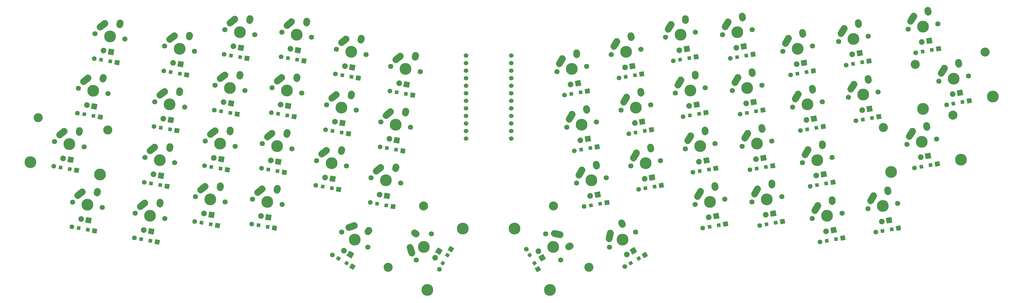
<source format=gbs>
G04 #@! TF.GenerationSoftware,KiCad,Pcbnew,(5.1.4-0-10_14)*
G04 #@! TF.CreationDate,2022-04-12T01:13:52-04:00*
G04 #@! TF.ProjectId,keyboard,6b657962-6f61-4726-942e-6b696361645f,rev?*
G04 #@! TF.SameCoordinates,Original*
G04 #@! TF.FileFunction,Soldermask,Bot*
G04 #@! TF.FilePolarity,Negative*
%FSLAX46Y46*%
G04 Gerber Fmt 4.6, Leading zero omitted, Abs format (unit mm)*
G04 Created by KiCad (PCBNEW (5.1.4-0-10_14)) date 2022-04-12 01:13:52*
%MOMM*%
%LPD*%
G04 APERTURE LIST*
%ADD10C,1.750000*%
%ADD11C,1.905000*%
%ADD12C,0.100000*%
%ADD13C,2.250000*%
%ADD14C,3.987800*%
%ADD15C,2.250000*%
%ADD16C,1.600000*%
%ADD17C,1.200000*%
%ADD18C,3.048000*%
%ADD19C,1.524000*%
G04 APERTURE END LIST*
D10*
X144610691Y-93619674D03*
X134605045Y-91855408D03*
D11*
X139976441Y-97960898D03*
D12*
G36*
X138873012Y-98733527D02*
G01*
X139203812Y-96857469D01*
X141079870Y-97188269D01*
X140749070Y-99064327D01*
X138873012Y-98733527D01*
X138873012Y-98733527D01*
G37*
D11*
X137475029Y-97519831D03*
D13*
X137840441Y-88364190D03*
D14*
X139607868Y-92737541D03*
D13*
X137068630Y-88969360D03*
D15*
X136296817Y-89574530D02*
X137840443Y-88364190D01*
D13*
X142991412Y-88175784D03*
X142921358Y-88457906D03*
D15*
X142851304Y-88740027D02*
X142991412Y-88175785D01*
D10*
X362262011Y-51600531D03*
X352256365Y-53364797D03*
D11*
X359392027Y-57264954D03*
D12*
G36*
X358619398Y-58368383D02*
G01*
X358288598Y-56492325D01*
X360164656Y-56161525D01*
X360495456Y-58037583D01*
X358619398Y-58368383D01*
X358619398Y-58368383D01*
G37*
D11*
X356890615Y-57706021D03*
D13*
X354102576Y-48977553D03*
D14*
X357259188Y-52482664D03*
D13*
X353584291Y-49810203D03*
D15*
X353066004Y-50642852D02*
X354102578Y-48977554D01*
D13*
X358878467Y-47038774D03*
X358909129Y-47327842D03*
D15*
X358939791Y-47616909D02*
X358878467Y-47038775D01*
D10*
X170146209Y-126737400D03*
X161347391Y-121657400D03*
D11*
X164306652Y-129231809D03*
D12*
G36*
X163005513Y-129580448D02*
G01*
X163958013Y-127930670D01*
X165607791Y-128883170D01*
X164655291Y-130532948D01*
X163005513Y-129580448D01*
X163005513Y-129580448D01*
G37*
D11*
X162106948Y-127961809D03*
D13*
X165581736Y-119483298D03*
D14*
X165746800Y-124197400D03*
D13*
X164649490Y-119787997D03*
D15*
X163717243Y-120092695D02*
X165581737Y-119483299D01*
D13*
X170486505Y-121067991D03*
X170324185Y-121309139D03*
D15*
X170161864Y-121550286D02*
X170486506Y-121067992D01*
D10*
X181263627Y-105159708D03*
X171257981Y-103395442D03*
D11*
X176629377Y-109500932D03*
D12*
G36*
X175525948Y-110273561D02*
G01*
X175856748Y-108397503D01*
X177732806Y-108728303D01*
X177402006Y-110604361D01*
X175525948Y-110273561D01*
X175525948Y-110273561D01*
G37*
D11*
X174127965Y-109059865D03*
D13*
X174493377Y-99904224D03*
D14*
X176260804Y-104277575D03*
D13*
X173721566Y-100509394D03*
D15*
X172949753Y-101114564D02*
X174493379Y-99904224D01*
D13*
X179644348Y-99715818D03*
X179574294Y-99997940D03*
D15*
X179504240Y-100280061D02*
X179644348Y-99715819D01*
D10*
X101784565Y-117089555D03*
X91778919Y-115325289D03*
D11*
X97150315Y-121430779D03*
D12*
G36*
X96046886Y-122203408D02*
G01*
X96377686Y-120327350D01*
X98253744Y-120658150D01*
X97922944Y-122534208D01*
X96046886Y-122203408D01*
X96046886Y-122203408D01*
G37*
D11*
X94648903Y-120989712D03*
D13*
X95014315Y-111834071D03*
D14*
X96781742Y-116207422D03*
D13*
X94242504Y-112439241D03*
D15*
X93470691Y-113044411D02*
X95014317Y-111834071D01*
D13*
X100165286Y-111645665D03*
X100095232Y-111927787D03*
D15*
X100025178Y-112209908D02*
X100165286Y-111645666D01*
D10*
X108400560Y-79568380D03*
X98394914Y-77804114D03*
D11*
X103766310Y-83909604D03*
D12*
G36*
X102662881Y-84682233D02*
G01*
X102993681Y-82806175D01*
X104869739Y-83136975D01*
X104538939Y-85013033D01*
X102662881Y-84682233D01*
X102662881Y-84682233D01*
G37*
D11*
X101264898Y-83468537D03*
D13*
X101630310Y-74312896D03*
D14*
X103397737Y-78686247D03*
D13*
X100858499Y-74918066D03*
D15*
X100086686Y-75523236D02*
X101630312Y-74312896D01*
D13*
X106781281Y-74124490D03*
X106711227Y-74406612D03*
D15*
X106641173Y-74688733D02*
X106781281Y-74124491D01*
D16*
X94815524Y-104899194D03*
X102497024Y-106253650D03*
D12*
G36*
X103423789Y-105604722D02*
G01*
X103145952Y-107180415D01*
X101570259Y-106902578D01*
X101848096Y-105326885D01*
X103423789Y-105604722D01*
X103423789Y-105604722D01*
G37*
D17*
X100207346Y-105849918D03*
D12*
G36*
X100902420Y-105363222D02*
G01*
X100694042Y-106544992D01*
X99512272Y-106336614D01*
X99720650Y-105154844D01*
X100902420Y-105363222D01*
X100902420Y-105363222D01*
G37*
D17*
X97105202Y-105302926D03*
D12*
G36*
X97800276Y-104816230D02*
G01*
X97591898Y-105998000D01*
X96410128Y-105789622D01*
X96618506Y-104607852D01*
X97800276Y-104816230D01*
X97800276Y-104816230D01*
G37*
D16*
X236469516Y-75563216D03*
X244151016Y-74208760D03*
D12*
G36*
X244799944Y-73281995D02*
G01*
X245077781Y-74857688D01*
X243502088Y-75135525D01*
X243224251Y-73559832D01*
X244799944Y-73281995D01*
X244799944Y-73281995D01*
G37*
D17*
X241861338Y-74612492D03*
D12*
G36*
X242348034Y-73917418D02*
G01*
X242556412Y-75099188D01*
X241374642Y-75307566D01*
X241166264Y-74125796D01*
X242348034Y-73917418D01*
X242348034Y-73917418D01*
G37*
D17*
X238759194Y-75159484D03*
D12*
G36*
X239245890Y-74464410D02*
G01*
X239454268Y-75646180D01*
X238272498Y-75854558D01*
X238064120Y-74672788D01*
X239245890Y-74464410D01*
X239245890Y-74464410D01*
G37*
D16*
X115138946Y-99343922D03*
X122820446Y-100698378D03*
D12*
G36*
X123747211Y-100049450D02*
G01*
X123469374Y-101625143D01*
X121893681Y-101347306D01*
X122171518Y-99771613D01*
X123747211Y-100049450D01*
X123747211Y-100049450D01*
G37*
D17*
X120530768Y-100294646D03*
D12*
G36*
X121225842Y-99807950D02*
G01*
X121017464Y-100989720D01*
X119835694Y-100781342D01*
X120044072Y-99599572D01*
X121225842Y-99807950D01*
X121225842Y-99807950D01*
G37*
D17*
X117428624Y-99747654D03*
D12*
G36*
X118123698Y-99260958D02*
G01*
X117915320Y-100442728D01*
X116733550Y-100234350D01*
X116941928Y-99052580D01*
X118123698Y-99260958D01*
X118123698Y-99260958D01*
G37*
D16*
X121754941Y-61822747D03*
X129436441Y-63177203D03*
D12*
G36*
X130363206Y-62528275D02*
G01*
X130085369Y-64103968D01*
X128509676Y-63826131D01*
X128787513Y-62250438D01*
X130363206Y-62528275D01*
X130363206Y-62528275D01*
G37*
D17*
X127146763Y-62773471D03*
D12*
G36*
X127841837Y-62286775D02*
G01*
X127633459Y-63468545D01*
X126451689Y-63260167D01*
X126660067Y-62078397D01*
X127841837Y-62286775D01*
X127841837Y-62286775D01*
G37*
D17*
X124044619Y-62226479D03*
D12*
G36*
X124739693Y-61739783D02*
G01*
X124531315Y-62921553D01*
X123349545Y-62713175D01*
X123557923Y-61531405D01*
X124739693Y-61739783D01*
X124739693Y-61739783D01*
G37*
D16*
X152660121Y-105959918D03*
X160341621Y-107314374D03*
D12*
G36*
X161268386Y-106665446D02*
G01*
X160990549Y-108241139D01*
X159414856Y-107963302D01*
X159692693Y-106387609D01*
X161268386Y-106665446D01*
X161268386Y-106665446D01*
G37*
D17*
X158051943Y-106910642D03*
D12*
G36*
X158747017Y-106423946D02*
G01*
X158538639Y-107605716D01*
X157356869Y-107397338D01*
X157565247Y-106215568D01*
X158747017Y-106423946D01*
X158747017Y-106423946D01*
G37*
D17*
X154949799Y-106363650D03*
D12*
G36*
X155644873Y-105876954D02*
G01*
X155436495Y-107058724D01*
X154254725Y-106850346D01*
X154463103Y-105668576D01*
X155644873Y-105876954D01*
X155644873Y-105876954D01*
G37*
D16*
X322564574Y-125014238D03*
X330246074Y-123659782D03*
D12*
G36*
X330895002Y-122733017D02*
G01*
X331172839Y-124308710D01*
X329597146Y-124586547D01*
X329319309Y-123010854D01*
X330895002Y-122733017D01*
X330895002Y-122733017D01*
G37*
D17*
X327956396Y-124063514D03*
D12*
G36*
X328443092Y-123368440D02*
G01*
X328651470Y-124550210D01*
X327469700Y-124758588D01*
X327261322Y-123576818D01*
X328443092Y-123368440D01*
X328443092Y-123368440D01*
G37*
D17*
X324854252Y-124610506D03*
D12*
G36*
X325340948Y-123915432D02*
G01*
X325549326Y-125097202D01*
X324367556Y-125305580D01*
X324159178Y-124123810D01*
X325340948Y-123915432D01*
X325340948Y-123915432D01*
G37*
D16*
X254795984Y-69793199D03*
X262477484Y-68438743D03*
D12*
G36*
X263126412Y-67511978D02*
G01*
X263404249Y-69087671D01*
X261828556Y-69365508D01*
X261550719Y-67789815D01*
X263126412Y-67511978D01*
X263126412Y-67511978D01*
G37*
D17*
X260187806Y-68842475D03*
D12*
G36*
X260674502Y-68147401D02*
G01*
X260882880Y-69329171D01*
X259701110Y-69537549D01*
X259492732Y-68355779D01*
X260674502Y-68147401D01*
X260674502Y-68147401D01*
G37*
D17*
X257085662Y-69389467D03*
D12*
G36*
X257572358Y-68694393D02*
G01*
X257780736Y-69876163D01*
X256598966Y-70084541D01*
X256390588Y-68902771D01*
X257572358Y-68694393D01*
X257572358Y-68694393D01*
G37*
D16*
X77980784Y-63243022D03*
X85662284Y-64597478D03*
D12*
G36*
X86589049Y-63948550D02*
G01*
X86311212Y-65524243D01*
X84735519Y-65246406D01*
X85013356Y-63670713D01*
X86589049Y-63948550D01*
X86589049Y-63948550D01*
G37*
D17*
X83372606Y-64193746D03*
D12*
G36*
X84067680Y-63707050D02*
G01*
X83859302Y-64888820D01*
X82677532Y-64680442D01*
X82885910Y-63498672D01*
X84067680Y-63707050D01*
X84067680Y-63707050D01*
G37*
D17*
X80270462Y-63646754D03*
D12*
G36*
X80965536Y-63160058D02*
G01*
X80757158Y-64341828D01*
X79575388Y-64133450D01*
X79783766Y-62951680D01*
X80965536Y-63160058D01*
X80965536Y-63160058D01*
G37*
D16*
X177602584Y-74208760D03*
X185284084Y-75563216D03*
D12*
G36*
X186210849Y-74914288D02*
G01*
X185933012Y-76489981D01*
X184357319Y-76212144D01*
X184635156Y-74636451D01*
X186210849Y-74914288D01*
X186210849Y-74914288D01*
G37*
D17*
X182994406Y-75159484D03*
D12*
G36*
X183689480Y-74672788D02*
G01*
X183481102Y-75854558D01*
X182299332Y-75646180D01*
X182507710Y-74464410D01*
X183689480Y-74672788D01*
X183689480Y-74672788D01*
G37*
D17*
X179892262Y-74612492D03*
D12*
G36*
X180587336Y-74125796D02*
G01*
X180378958Y-75307566D01*
X179197188Y-75099188D01*
X179405566Y-73917418D01*
X180587336Y-74125796D01*
X180587336Y-74125796D01*
G37*
D16*
X111830948Y-118104510D03*
X119512448Y-119458966D03*
D12*
G36*
X120439213Y-118810038D02*
G01*
X120161376Y-120385731D01*
X118585683Y-120107894D01*
X118863520Y-118532201D01*
X120439213Y-118810038D01*
X120439213Y-118810038D01*
G37*
D17*
X117222770Y-119055234D03*
D12*
G36*
X117917844Y-118568538D02*
G01*
X117709466Y-119750308D01*
X116527696Y-119541930D01*
X116736074Y-118360160D01*
X117917844Y-118568538D01*
X117917844Y-118568538D01*
G37*
D17*
X114120626Y-118508242D03*
D12*
G36*
X114815700Y-118021546D02*
G01*
X114607322Y-119203316D01*
X113425552Y-118994938D01*
X113633930Y-117813168D01*
X114815700Y-118021546D01*
X114815700Y-118021546D01*
G37*
D16*
X331401169Y-65424477D03*
X339082669Y-64070021D03*
D12*
G36*
X339731597Y-63143256D02*
G01*
X340009434Y-64718949D01*
X338433741Y-64996786D01*
X338155904Y-63421093D01*
X339731597Y-63143256D01*
X339731597Y-63143256D01*
G37*
D17*
X336792991Y-64473753D03*
D12*
G36*
X337279687Y-63778679D02*
G01*
X337488065Y-64960449D01*
X336306295Y-65168827D01*
X336097917Y-63987057D01*
X337279687Y-63778679D01*
X337279687Y-63778679D01*
G37*
D17*
X333690847Y-65020745D03*
D12*
G36*
X334177543Y-64325671D02*
G01*
X334385921Y-65507441D01*
X333204151Y-65715819D01*
X332995773Y-64534049D01*
X334177543Y-64325671D01*
X334177543Y-64325671D01*
G37*
D16*
X256756801Y-133296440D03*
X263511799Y-129396440D03*
D12*
G36*
X263804619Y-128303620D02*
G01*
X264604619Y-129689260D01*
X263218979Y-130489260D01*
X262418979Y-129103620D01*
X263804619Y-128303620D01*
X263804619Y-128303620D01*
G37*
D17*
X261498290Y-130558940D03*
D12*
G36*
X261717905Y-129739325D02*
G01*
X262317905Y-130778555D01*
X261278675Y-131378555D01*
X260678675Y-130339325D01*
X261717905Y-129739325D01*
X261717905Y-129739325D01*
G37*
D17*
X258770310Y-132133940D03*
D12*
G36*
X258989925Y-131314325D02*
G01*
X259589925Y-132353555D01*
X258550695Y-132953555D01*
X257950695Y-131914325D01*
X258989925Y-131314325D01*
X258989925Y-131314325D01*
G37*
D16*
X319256576Y-106253650D03*
X326938076Y-104899194D03*
D12*
G36*
X327587004Y-103972429D02*
G01*
X327864841Y-105548122D01*
X326289148Y-105825959D01*
X326011311Y-104250266D01*
X327587004Y-103972429D01*
X327587004Y-103972429D01*
G37*
D17*
X324648398Y-105302926D03*
D12*
G36*
X325135094Y-104607852D02*
G01*
X325343472Y-105789622D01*
X324161702Y-105998000D01*
X323953324Y-104816230D01*
X325135094Y-104607852D01*
X325135094Y-104607852D01*
G37*
D17*
X321546254Y-105849918D03*
D12*
G36*
X322032950Y-105154844D02*
G01*
X322241328Y-106336614D01*
X321059558Y-106544992D01*
X320851180Y-105363222D01*
X322032950Y-105154844D01*
X322032950Y-105154844D01*
G37*
D16*
X64329568Y-99523698D03*
X72011068Y-100878154D03*
D12*
G36*
X72937833Y-100229226D02*
G01*
X72659996Y-101804919D01*
X71084303Y-101527082D01*
X71362140Y-99951389D01*
X72937833Y-100229226D01*
X72937833Y-100229226D01*
G37*
D17*
X69721390Y-100474422D03*
D12*
G36*
X70416464Y-99987726D02*
G01*
X70208086Y-101169496D01*
X69026316Y-100961118D01*
X69234694Y-99779348D01*
X70416464Y-99987726D01*
X70416464Y-99987726D01*
G37*
D17*
X66619246Y-99927430D03*
D12*
G36*
X67314320Y-99440734D02*
G01*
X67105942Y-100622504D01*
X65924172Y-100414126D01*
X66132550Y-99232356D01*
X67314320Y-99440734D01*
X67314320Y-99440734D01*
G37*
D16*
X354432679Y-100051154D03*
X362114179Y-98696698D03*
D12*
G36*
X362763107Y-97769933D02*
G01*
X363040944Y-99345626D01*
X361465251Y-99623463D01*
X361187414Y-98047770D01*
X362763107Y-97769933D01*
X362763107Y-97769933D01*
G37*
D17*
X359824501Y-99100430D03*
D12*
G36*
X360311197Y-98405356D02*
G01*
X360519575Y-99587126D01*
X359337805Y-99795504D01*
X359129427Y-98613734D01*
X360311197Y-98405356D01*
X360311197Y-98405356D01*
G37*
D17*
X356722357Y-99647422D03*
D12*
G36*
X357209053Y-98952348D02*
G01*
X357417431Y-100134118D01*
X356235661Y-100342496D01*
X356027283Y-99160726D01*
X357209053Y-98952348D01*
X357209053Y-98952348D01*
G37*
D16*
X315948579Y-87493063D03*
X323630079Y-86138607D03*
D12*
G36*
X324279007Y-85211842D02*
G01*
X324556844Y-86787535D01*
X322981151Y-87065372D01*
X322703314Y-85489679D01*
X324279007Y-85211842D01*
X324279007Y-85211842D01*
G37*
D17*
X321340401Y-86542339D03*
D12*
G36*
X321827097Y-85847265D02*
G01*
X322035475Y-87029035D01*
X320853705Y-87237413D01*
X320645327Y-86055643D01*
X321827097Y-85847265D01*
X321827097Y-85847265D01*
G37*
D17*
X318238257Y-87089331D03*
D12*
G36*
X318724953Y-86394257D02*
G01*
X318933331Y-87576027D01*
X317751561Y-87784405D01*
X317543183Y-86602635D01*
X318724953Y-86394257D01*
X318724953Y-86394257D01*
G37*
D16*
X118446944Y-80583335D03*
X126128444Y-81937791D03*
D12*
G36*
X127055209Y-81288863D02*
G01*
X126777372Y-82864556D01*
X125201679Y-82586719D01*
X125479516Y-81011026D01*
X127055209Y-81288863D01*
X127055209Y-81288863D01*
G37*
D17*
X123838766Y-81534059D03*
D12*
G36*
X124533840Y-81047363D02*
G01*
X124325462Y-82229133D01*
X123143692Y-82020755D01*
X123352070Y-80838985D01*
X124533840Y-81047363D01*
X124533840Y-81047363D01*
G37*
D17*
X120736622Y-80987067D03*
D12*
G36*
X121431696Y-80500371D02*
G01*
X121223318Y-81682141D01*
X120041548Y-81473763D01*
X120249926Y-80291993D01*
X121431696Y-80500371D01*
X121431696Y-80500371D01*
G37*
D16*
X341325162Y-121706240D03*
X349006662Y-120351784D03*
D12*
G36*
X349655590Y-119425019D02*
G01*
X349933427Y-121000712D01*
X348357734Y-121278549D01*
X348079897Y-119702856D01*
X349655590Y-119425019D01*
X349655590Y-119425019D01*
G37*
D17*
X346716984Y-120755516D03*
D12*
G36*
X347203680Y-120060442D02*
G01*
X347412058Y-121242212D01*
X346230288Y-121450590D01*
X346021910Y-120268820D01*
X347203680Y-120060442D01*
X347203680Y-120060442D01*
G37*
D17*
X343614840Y-121302508D03*
D12*
G36*
X344101536Y-120607434D02*
G01*
X344309914Y-121789204D01*
X343128144Y-121997582D01*
X342919766Y-120815812D01*
X344101536Y-120607434D01*
X344101536Y-120607434D01*
G37*
D16*
X159276116Y-68438743D03*
X166957616Y-69793199D03*
D12*
G36*
X167884381Y-69144271D02*
G01*
X167606544Y-70719964D01*
X166030851Y-70442127D01*
X166308688Y-68866434D01*
X167884381Y-69144271D01*
X167884381Y-69144271D01*
G37*
D17*
X164667938Y-69389467D03*
D12*
G36*
X165363012Y-68902771D02*
G01*
X165154634Y-70084541D01*
X163972864Y-69876163D01*
X164181242Y-68694393D01*
X165363012Y-68902771D01*
X165363012Y-68902771D01*
G37*
D17*
X161565794Y-68842475D03*
D12*
G36*
X162260868Y-68355779D02*
G01*
X162052490Y-69537549D01*
X160870720Y-69329171D01*
X161079098Y-68147401D01*
X162260868Y-68355779D01*
X162260868Y-68355779D01*
G37*
D16*
X334709167Y-84185065D03*
X342390667Y-82830609D03*
D12*
G36*
X343039595Y-81903844D02*
G01*
X343317432Y-83479537D01*
X341741739Y-83757374D01*
X341463902Y-82181681D01*
X343039595Y-81903844D01*
X343039595Y-81903844D01*
G37*
D17*
X340100989Y-83234341D03*
D12*
G36*
X340587685Y-82539267D02*
G01*
X340796063Y-83721037D01*
X339614293Y-83929415D01*
X339405915Y-82747645D01*
X340587685Y-82539267D01*
X340587685Y-82539267D01*
G37*
D17*
X336998845Y-83781333D03*
D12*
G36*
X337485541Y-83086259D02*
G01*
X337693919Y-84268029D01*
X336512149Y-84476407D01*
X336303771Y-83294637D01*
X337485541Y-83086259D01*
X337485541Y-83086259D01*
G37*
D16*
X101431519Y-67378019D03*
X109113019Y-68732475D03*
D12*
G36*
X110039784Y-68083547D02*
G01*
X109761947Y-69659240D01*
X108186254Y-69381403D01*
X108464091Y-67805710D01*
X110039784Y-68083547D01*
X110039784Y-68083547D01*
G37*
D17*
X106823341Y-68328743D03*
D12*
G36*
X107518415Y-67842047D02*
G01*
X107310037Y-69023817D01*
X106128267Y-68815439D01*
X106336645Y-67633669D01*
X107518415Y-67842047D01*
X107518415Y-67842047D01*
G37*
D17*
X103721197Y-67781751D03*
D12*
G36*
X104416271Y-67295055D02*
G01*
X104207893Y-68476825D01*
X103026123Y-68268447D01*
X103234501Y-67086677D01*
X104416271Y-67295055D01*
X104416271Y-67295055D01*
G37*
D16*
X312640581Y-68732475D03*
X320322081Y-67378019D03*
D12*
G36*
X320971009Y-66451254D02*
G01*
X321248846Y-68026947D01*
X319673153Y-68304784D01*
X319395316Y-66729091D01*
X320971009Y-66451254D01*
X320971009Y-66451254D01*
G37*
D17*
X318032403Y-67781751D03*
D12*
G36*
X318519099Y-67086677D02*
G01*
X318727477Y-68268447D01*
X317545707Y-68476825D01*
X317337329Y-67295055D01*
X318519099Y-67086677D01*
X318519099Y-67086677D01*
G37*
D17*
X314930259Y-68328743D03*
D12*
G36*
X315416955Y-67633669D02*
G01*
X315625333Y-68815439D01*
X314443563Y-69023817D01*
X314235185Y-67842047D01*
X315416955Y-67633669D01*
X315416955Y-67633669D01*
G37*
D16*
X292317159Y-63177203D03*
X299998659Y-61822747D03*
D12*
G36*
X300647587Y-60895982D02*
G01*
X300925424Y-62471675D01*
X299349731Y-62749512D01*
X299071894Y-61173819D01*
X300647587Y-60895982D01*
X300647587Y-60895982D01*
G37*
D17*
X297708981Y-62226479D03*
D12*
G36*
X298195677Y-61531405D02*
G01*
X298404055Y-62713175D01*
X297222285Y-62921553D01*
X297013907Y-61739783D01*
X298195677Y-61531405D01*
X298195677Y-61531405D01*
G37*
D17*
X294606837Y-62773471D03*
D12*
G36*
X295093533Y-62078397D02*
G01*
X295301911Y-63260167D01*
X294120141Y-63468545D01*
X293911763Y-62286775D01*
X295093533Y-62078397D01*
X295093533Y-62078397D01*
G37*
D16*
X243085511Y-113084391D03*
X250767011Y-111729935D03*
D12*
G36*
X251415939Y-110803170D02*
G01*
X251693776Y-112378863D01*
X250118083Y-112656700D01*
X249840246Y-111081007D01*
X251415939Y-110803170D01*
X251415939Y-110803170D01*
G37*
D17*
X248477333Y-112133667D03*
D12*
G36*
X248964029Y-111438593D02*
G01*
X249172407Y-112620363D01*
X247990637Y-112828741D01*
X247782259Y-111646971D01*
X248964029Y-111438593D01*
X248964029Y-111438593D01*
G37*
D17*
X245375189Y-112680659D03*
D12*
G36*
X245861885Y-111985585D02*
G01*
X246070263Y-113167355D01*
X244888493Y-113375733D01*
X244680115Y-112193963D01*
X245861885Y-111985585D01*
X245861885Y-111985585D01*
G37*
D16*
X131025655Y-118950489D03*
X138707155Y-120304945D03*
D12*
G36*
X139633920Y-119656017D02*
G01*
X139356083Y-121231710D01*
X137780390Y-120953873D01*
X138058227Y-119378180D01*
X139633920Y-119656017D01*
X139633920Y-119656017D01*
G37*
D17*
X136417477Y-119901213D03*
D12*
G36*
X137112551Y-119414517D02*
G01*
X136904173Y-120596287D01*
X135722403Y-120387909D01*
X135930781Y-119206139D01*
X137112551Y-119414517D01*
X137112551Y-119414517D01*
G37*
D17*
X133315333Y-119354221D03*
D12*
G36*
X134010407Y-118867525D02*
G01*
X133802029Y-120049295D01*
X132620259Y-119840917D01*
X132828637Y-118659147D01*
X134010407Y-118867525D01*
X134010407Y-118867525D01*
G37*
D16*
X261411979Y-107314374D03*
X269093479Y-105959918D03*
D12*
G36*
X269742407Y-105033153D02*
G01*
X270020244Y-106608846D01*
X268444551Y-106886683D01*
X268166714Y-105310990D01*
X269742407Y-105033153D01*
X269742407Y-105033153D01*
G37*
D17*
X266803801Y-106363650D03*
D12*
G36*
X267290497Y-105668576D02*
G01*
X267498875Y-106850346D01*
X266317105Y-107058724D01*
X266108727Y-105876954D01*
X267290497Y-105668576D01*
X267290497Y-105668576D01*
G37*
D17*
X263701657Y-106910642D03*
D12*
G36*
X264188353Y-106215568D02*
G01*
X264396731Y-107397338D01*
X263214961Y-107605716D01*
X263006583Y-106423946D01*
X264188353Y-106215568D01*
X264188353Y-106215568D01*
G37*
D16*
X283046445Y-120304945D03*
X290727945Y-118950489D03*
D12*
G36*
X291376873Y-118023724D02*
G01*
X291654710Y-119599417D01*
X290079017Y-119877254D01*
X289801180Y-118301561D01*
X291376873Y-118023724D01*
X291376873Y-118023724D01*
G37*
D17*
X288438267Y-119354221D03*
D12*
G36*
X288924963Y-118659147D02*
G01*
X289133341Y-119840917D01*
X287951571Y-120049295D01*
X287743193Y-118867525D01*
X288924963Y-118659147D01*
X288924963Y-118659147D01*
G37*
D17*
X285336123Y-119901213D03*
D12*
G36*
X285822819Y-119206139D02*
G01*
X286031197Y-120387909D01*
X284849427Y-120596287D01*
X284641049Y-119414517D01*
X285822819Y-119206139D01*
X285822819Y-119206139D01*
G37*
D16*
X295625157Y-81937791D03*
X303306657Y-80583335D03*
D12*
G36*
X303955585Y-79656570D02*
G01*
X304233422Y-81232263D01*
X302657729Y-81510100D01*
X302379892Y-79934407D01*
X303955585Y-79656570D01*
X303955585Y-79656570D01*
G37*
D17*
X301016979Y-80987067D03*
D12*
G36*
X301503675Y-80291993D02*
G01*
X301712053Y-81473763D01*
X300530283Y-81682141D01*
X300321905Y-80500371D01*
X301503675Y-80291993D01*
X301503675Y-80291993D01*
G37*
D17*
X297914835Y-81534059D03*
D12*
G36*
X298401531Y-80838985D02*
G01*
X298609909Y-82020755D01*
X297428139Y-82229133D01*
X297219761Y-81047363D01*
X298401531Y-80838985D01*
X298401531Y-80838985D01*
G37*
D16*
X276430450Y-82783770D03*
X284111950Y-81429314D03*
D12*
G36*
X284760878Y-80502549D02*
G01*
X285038715Y-82078242D01*
X283463022Y-82356079D01*
X283185185Y-80780386D01*
X284760878Y-80502549D01*
X284760878Y-80502549D01*
G37*
D17*
X281822272Y-81833046D03*
D12*
G36*
X282308968Y-81137972D02*
G01*
X282517346Y-82319742D01*
X281335576Y-82528120D01*
X281127198Y-81346350D01*
X282308968Y-81137972D01*
X282308968Y-81137972D01*
G37*
D17*
X278720128Y-82380038D03*
D12*
G36*
X279206824Y-81684964D02*
G01*
X279415202Y-82866734D01*
X278233432Y-83075112D01*
X278025054Y-81893342D01*
X279206824Y-81684964D01*
X279206824Y-81684964D01*
G37*
D16*
X258103982Y-88553787D03*
X265785482Y-87199331D03*
D12*
G36*
X266434410Y-86272566D02*
G01*
X266712247Y-87848259D01*
X265136554Y-88126096D01*
X264858717Y-86550403D01*
X266434410Y-86272566D01*
X266434410Y-86272566D01*
G37*
D17*
X263495804Y-87603063D03*
D12*
G36*
X263982500Y-86907989D02*
G01*
X264190878Y-88089759D01*
X263009108Y-88298137D01*
X262800730Y-87116367D01*
X263982500Y-86907989D01*
X263982500Y-86907989D01*
G37*
D17*
X260393660Y-88150055D03*
D12*
G36*
X260880356Y-87454981D02*
G01*
X261088734Y-88636751D01*
X259906964Y-88845129D01*
X259698586Y-87663359D01*
X260880356Y-87454981D01*
X260880356Y-87454981D01*
G37*
D16*
X273122452Y-64023182D03*
X280803952Y-62668726D03*
D12*
G36*
X281452880Y-61741961D02*
G01*
X281730717Y-63317654D01*
X280155024Y-63595491D01*
X279877187Y-62019798D01*
X281452880Y-61741961D01*
X281452880Y-61741961D01*
G37*
D17*
X278514274Y-63072458D03*
D12*
G36*
X279000970Y-62377384D02*
G01*
X279209348Y-63559154D01*
X278027578Y-63767532D01*
X277819200Y-62585762D01*
X279000970Y-62377384D01*
X279000970Y-62377384D01*
G37*
D17*
X275412130Y-63619450D03*
D12*
G36*
X275898826Y-62924376D02*
G01*
X276107204Y-64106146D01*
X274925434Y-64314524D01*
X274717056Y-63132754D01*
X275898826Y-62924376D01*
X275898826Y-62924376D01*
G37*
D16*
X239777514Y-94323804D03*
X247459014Y-92969348D03*
D12*
G36*
X248107942Y-92042583D02*
G01*
X248385779Y-93618276D01*
X246810086Y-93896113D01*
X246532249Y-92320420D01*
X248107942Y-92042583D01*
X248107942Y-92042583D01*
G37*
D17*
X245169336Y-93373080D03*
D12*
G36*
X245656032Y-92678006D02*
G01*
X245864410Y-93859776D01*
X244682640Y-94068154D01*
X244474262Y-92886384D01*
X245656032Y-92678006D01*
X245656032Y-92678006D01*
G37*
D17*
X242067192Y-93920072D03*
D12*
G36*
X242553888Y-93224998D02*
G01*
X242762266Y-94406768D01*
X241580496Y-94615146D01*
X241372118Y-93433376D01*
X242553888Y-93224998D01*
X242553888Y-93224998D01*
G37*
D16*
X174294587Y-92969348D03*
X181976087Y-94323804D03*
D12*
G36*
X182902852Y-93674876D02*
G01*
X182625015Y-95250569D01*
X181049322Y-94972732D01*
X181327159Y-93397039D01*
X182902852Y-93674876D01*
X182902852Y-93674876D01*
G37*
D17*
X179686409Y-93920072D03*
D12*
G36*
X180381483Y-93433376D02*
G01*
X180173105Y-94615146D01*
X178991335Y-94406768D01*
X179199713Y-93224998D01*
X180381483Y-93433376D01*
X180381483Y-93433376D01*
G37*
D17*
X176584265Y-93373080D03*
D12*
G36*
X177279339Y-92886384D02*
G01*
X177070961Y-94068154D01*
X175889191Y-93859776D01*
X176097569Y-92678006D01*
X177279339Y-92886384D01*
X177279339Y-92886384D01*
G37*
D16*
X155968119Y-87199331D03*
X163649619Y-88553787D03*
D12*
G36*
X164576384Y-87904859D02*
G01*
X164298547Y-89480552D01*
X162722854Y-89202715D01*
X163000691Y-87627022D01*
X164576384Y-87904859D01*
X164576384Y-87904859D01*
G37*
D17*
X161359941Y-88150055D03*
D12*
G36*
X162055015Y-87663359D02*
G01*
X161846637Y-88845129D01*
X160664867Y-88636751D01*
X160873245Y-87454981D01*
X162055015Y-87663359D01*
X162055015Y-87663359D01*
G37*
D17*
X158257797Y-87603063D03*
D12*
G36*
X158952871Y-87116367D02*
G01*
X158744493Y-88298137D01*
X157562723Y-88089759D01*
X157771101Y-86907989D01*
X158952871Y-87116367D01*
X158952871Y-87116367D01*
G37*
D16*
X365195122Y-78809569D03*
X372876622Y-77455113D03*
D12*
G36*
X373525550Y-76528348D02*
G01*
X373803387Y-78104041D01*
X372227694Y-78381878D01*
X371949857Y-76806185D01*
X373525550Y-76528348D01*
X373525550Y-76528348D01*
G37*
D17*
X370586944Y-77858845D03*
D12*
G36*
X371073640Y-77163771D02*
G01*
X371282018Y-78345541D01*
X370100248Y-78553919D01*
X369891870Y-77372149D01*
X371073640Y-77163771D01*
X371073640Y-77163771D01*
G37*
D17*
X367484800Y-78405837D03*
D12*
G36*
X367971496Y-77710763D02*
G01*
X368179874Y-78892533D01*
X366998104Y-79100911D01*
X366789726Y-77919141D01*
X367971496Y-77710763D01*
X367971496Y-77710763D01*
G37*
D16*
X140949648Y-62668726D03*
X148631148Y-64023182D03*
D12*
G36*
X149557913Y-63374254D02*
G01*
X149280076Y-64949947D01*
X147704383Y-64672110D01*
X147982220Y-63096417D01*
X149557913Y-63374254D01*
X149557913Y-63374254D01*
G37*
D17*
X146341470Y-63619450D03*
D12*
G36*
X147036544Y-63132754D02*
G01*
X146828166Y-64314524D01*
X145646396Y-64106146D01*
X145854774Y-62924376D01*
X147036544Y-63132754D01*
X147036544Y-63132754D01*
G37*
D17*
X143239326Y-63072458D03*
D12*
G36*
X143934400Y-62585762D02*
G01*
X143726022Y-63767532D01*
X142544252Y-63559154D01*
X142752630Y-62377384D01*
X143934400Y-62585762D01*
X143934400Y-62585762D01*
G37*
D16*
X302241152Y-119458966D03*
X309922652Y-118104510D03*
D12*
G36*
X310571580Y-117177745D02*
G01*
X310849417Y-118753438D01*
X309273724Y-119031275D01*
X308995887Y-117455582D01*
X310571580Y-117177745D01*
X310571580Y-117177745D01*
G37*
D17*
X307632974Y-118508242D03*
D12*
G36*
X308119670Y-117813168D02*
G01*
X308328048Y-118994938D01*
X307146278Y-119203316D01*
X306937900Y-118021546D01*
X308119670Y-117813168D01*
X308119670Y-117813168D01*
G37*
D17*
X304530830Y-119055234D03*
D12*
G36*
X305017526Y-118360160D02*
G01*
X305225904Y-119541930D01*
X304044134Y-119750308D01*
X303835756Y-118568538D01*
X305017526Y-118360160D01*
X305017526Y-118360160D01*
G37*
D16*
X298933154Y-100698378D03*
X306614654Y-99343922D03*
D12*
G36*
X307263582Y-98417157D02*
G01*
X307541419Y-99992850D01*
X305965726Y-100270687D01*
X305687889Y-98694994D01*
X307263582Y-98417157D01*
X307263582Y-98417157D01*
G37*
D17*
X304324976Y-99747654D03*
D12*
G36*
X304811672Y-99052580D02*
G01*
X305020050Y-100234350D01*
X303838280Y-100442728D01*
X303629902Y-99260958D01*
X304811672Y-99052580D01*
X304811672Y-99052580D01*
G37*
D17*
X301222832Y-100294646D03*
D12*
G36*
X301709528Y-99599572D02*
G01*
X301917906Y-100781342D01*
X300736136Y-100989720D01*
X300527758Y-99807950D01*
X301709528Y-99599572D01*
X301709528Y-99599572D01*
G37*
D16*
X137641651Y-81429314D03*
X145323151Y-82783770D03*
D12*
G36*
X146249916Y-82134842D02*
G01*
X145972079Y-83710535D01*
X144396386Y-83432698D01*
X144674223Y-81857005D01*
X146249916Y-82134842D01*
X146249916Y-82134842D01*
G37*
D17*
X143033473Y-82380038D03*
D12*
G36*
X143728547Y-81893342D02*
G01*
X143520169Y-83075112D01*
X142338399Y-82866734D01*
X142546777Y-81684964D01*
X143728547Y-81893342D01*
X143728547Y-81893342D01*
G37*
D17*
X139931329Y-81833046D03*
D12*
G36*
X140626403Y-81346350D02*
G01*
X140418025Y-82528120D01*
X139236255Y-82319742D01*
X139444633Y-81137972D01*
X140626403Y-81346350D01*
X140626403Y-81346350D01*
G37*
D16*
X70401865Y-119938285D03*
X78083365Y-121292741D03*
D12*
G36*
X79010130Y-120643813D02*
G01*
X78732293Y-122219506D01*
X77156600Y-121941669D01*
X77434437Y-120365976D01*
X79010130Y-120643813D01*
X79010130Y-120643813D01*
G37*
D17*
X75793687Y-120889009D03*
D12*
G36*
X76488761Y-120402313D02*
G01*
X76280383Y-121584083D01*
X75098613Y-121375705D01*
X75306991Y-120193935D01*
X76488761Y-120402313D01*
X76488761Y-120402313D01*
G37*
D17*
X72691543Y-120342017D03*
D12*
G36*
X73386617Y-119855321D02*
G01*
X73178239Y-121037091D01*
X71996469Y-120828713D01*
X72204847Y-119646943D01*
X73386617Y-119855321D01*
X73386617Y-119855321D01*
G37*
D16*
X194268347Y-134169132D03*
X198168347Y-127414134D03*
D12*
G36*
X197875527Y-126321314D02*
G01*
X199261167Y-127121314D01*
X198461167Y-128506954D01*
X197075527Y-127706954D01*
X197875527Y-126321314D01*
X197875527Y-126321314D01*
G37*
D17*
X197005847Y-129427643D03*
D12*
G36*
X196786232Y-128608028D02*
G01*
X197825462Y-129208028D01*
X197225462Y-130247258D01*
X196186232Y-129647258D01*
X196786232Y-128608028D01*
X196786232Y-128608028D01*
G37*
D17*
X195430847Y-132155623D03*
D12*
G36*
X195211232Y-131336008D02*
G01*
X196250462Y-131936008D01*
X195650462Y-132975238D01*
X194611232Y-132375238D01*
X195211232Y-131336008D01*
X195211232Y-131336008D01*
G37*
D16*
X279738447Y-101544357D03*
X287419947Y-100189901D03*
D12*
G36*
X288068875Y-99263136D02*
G01*
X288346712Y-100838829D01*
X286771019Y-101116666D01*
X286493182Y-99540973D01*
X288068875Y-99263136D01*
X288068875Y-99263136D01*
G37*
D17*
X285130269Y-100593633D03*
D12*
G36*
X285616965Y-99898559D02*
G01*
X285825343Y-101080329D01*
X284643573Y-101288707D01*
X284435195Y-100106937D01*
X285616965Y-99898559D01*
X285616965Y-99898559D01*
G37*
D17*
X282028125Y-101140625D03*
D12*
G36*
X282514821Y-100445551D02*
G01*
X282723199Y-101627321D01*
X281541429Y-101835699D01*
X281333051Y-100653929D01*
X282514821Y-100445551D01*
X282514821Y-100445551D01*
G37*
D16*
X72327713Y-81590110D03*
X80009213Y-82944566D03*
D12*
G36*
X80935978Y-82295638D02*
G01*
X80658141Y-83871331D01*
X79082448Y-83593494D01*
X79360285Y-82017801D01*
X80935978Y-82295638D01*
X80935978Y-82295638D01*
G37*
D17*
X77719535Y-82540834D03*
D12*
G36*
X78414609Y-82054138D02*
G01*
X78206231Y-83235908D01*
X77024461Y-83027530D01*
X77232839Y-81845760D01*
X78414609Y-82054138D01*
X78414609Y-82054138D01*
G37*
D17*
X74617391Y-81993842D03*
D12*
G36*
X75312465Y-81507146D02*
G01*
X75104087Y-82688916D01*
X73922317Y-82480538D01*
X74130695Y-81298768D01*
X75312465Y-81507146D01*
X75312465Y-81507146D01*
G37*
D16*
X134333653Y-100189901D03*
X142015153Y-101544357D03*
D12*
G36*
X142941918Y-100895429D02*
G01*
X142664081Y-102471122D01*
X141088388Y-102193285D01*
X141366225Y-100617592D01*
X142941918Y-100895429D01*
X142941918Y-100895429D01*
G37*
D17*
X139725475Y-101140625D03*
D12*
G36*
X140420549Y-100653929D02*
G01*
X140212171Y-101835699D01*
X139030401Y-101627321D01*
X139238779Y-100445551D01*
X140420549Y-100653929D01*
X140420549Y-100653929D01*
G37*
D17*
X136623331Y-100593633D03*
D12*
G36*
X137318405Y-100106937D02*
G01*
X137110027Y-101288707D01*
X135928257Y-101080329D01*
X136136635Y-99898559D01*
X137318405Y-100106937D01*
X137318405Y-100106937D01*
G37*
D16*
X354851904Y-61289480D03*
X362533404Y-59935024D03*
D12*
G36*
X363182332Y-59008259D02*
G01*
X363460169Y-60583952D01*
X361884476Y-60861789D01*
X361606639Y-59286096D01*
X363182332Y-59008259D01*
X363182332Y-59008259D01*
G37*
D17*
X360243726Y-60338756D03*
D12*
G36*
X360730422Y-59643682D02*
G01*
X360938800Y-60825452D01*
X359757030Y-61033830D01*
X359548652Y-59852060D01*
X360730422Y-59643682D01*
X360730422Y-59643682D01*
G37*
D17*
X357141582Y-60885748D03*
D12*
G36*
X357628278Y-60190674D02*
G01*
X357836656Y-61372444D01*
X356654886Y-61580822D01*
X356446508Y-60399052D01*
X357628278Y-60190674D01*
X357628278Y-60190674D01*
G37*
D16*
X158241801Y-129396440D03*
X164996799Y-133296440D03*
D12*
G36*
X166089619Y-133003620D02*
G01*
X165289619Y-134389260D01*
X163903979Y-133589260D01*
X164703979Y-132203620D01*
X166089619Y-133003620D01*
X166089619Y-133003620D01*
G37*
D17*
X162983290Y-132133940D03*
D12*
G36*
X163802905Y-131914325D02*
G01*
X163202905Y-132953555D01*
X162163675Y-132353555D01*
X162763675Y-131314325D01*
X163802905Y-131914325D01*
X163802905Y-131914325D01*
G37*
D17*
X160255310Y-130558940D03*
D12*
G36*
X161074925Y-130339325D02*
G01*
X160474925Y-131378555D01*
X159435695Y-130778555D01*
X160035695Y-129739325D01*
X161074925Y-130339325D01*
X161074925Y-130339325D01*
G37*
D16*
X170986589Y-111729935D03*
X178668089Y-113084391D03*
D12*
G36*
X179594854Y-112435463D02*
G01*
X179317017Y-114011156D01*
X177741324Y-113733319D01*
X178019161Y-112157626D01*
X179594854Y-112435463D01*
X179594854Y-112435463D01*
G37*
D17*
X176378411Y-112680659D03*
D12*
G36*
X177073485Y-112193963D02*
G01*
X176865107Y-113375733D01*
X175683337Y-113167355D01*
X175891715Y-111985585D01*
X177073485Y-112193963D01*
X177073485Y-112193963D01*
G37*
D17*
X173276267Y-112133667D03*
D12*
G36*
X173971341Y-111646971D02*
G01*
X173762963Y-112828741D01*
X172581193Y-112620363D01*
X172789571Y-111438593D01*
X173971341Y-111646971D01*
X173971341Y-111646971D01*
G37*
D16*
X91507526Y-123659782D03*
X99189026Y-125014238D03*
D12*
G36*
X100115791Y-124365310D02*
G01*
X99837954Y-125941003D01*
X98262261Y-125663166D01*
X98540098Y-124087473D01*
X100115791Y-124365310D01*
X100115791Y-124365310D01*
G37*
D17*
X96899348Y-124610506D03*
D12*
G36*
X97594422Y-124123810D02*
G01*
X97386044Y-125305580D01*
X96204274Y-125097202D01*
X96412652Y-123915432D01*
X97594422Y-124123810D01*
X97594422Y-124123810D01*
G37*
D17*
X93797204Y-124063514D03*
D12*
G36*
X94492278Y-123576818D02*
G01*
X94283900Y-124758588D01*
X93102130Y-124550210D01*
X93310508Y-123368440D01*
X94492278Y-123576818D01*
X94492278Y-123576818D01*
G37*
D16*
X223585253Y-127414134D03*
X227485253Y-134169132D03*
D12*
G36*
X228578073Y-134461952D02*
G01*
X227192433Y-135261952D01*
X226392433Y-133876312D01*
X227778073Y-133076312D01*
X228578073Y-134461952D01*
X228578073Y-134461952D01*
G37*
D17*
X226322753Y-132155623D03*
D12*
G36*
X227142368Y-132375238D02*
G01*
X226103138Y-132975238D01*
X225503138Y-131936008D01*
X226542368Y-131336008D01*
X227142368Y-132375238D01*
X227142368Y-132375238D01*
G37*
D17*
X224747753Y-129427643D03*
D12*
G36*
X225567368Y-129647258D02*
G01*
X224528138Y-130247258D01*
X223928138Y-129208028D01*
X224967368Y-128608028D01*
X225567368Y-129647258D01*
X225567368Y-129647258D01*
G37*
D16*
X98123522Y-86138607D03*
X105805022Y-87493063D03*
D12*
G36*
X106731787Y-86844135D02*
G01*
X106453950Y-88419828D01*
X104878257Y-88141991D01*
X105156094Y-86566298D01*
X106731787Y-86844135D01*
X106731787Y-86844135D01*
G37*
D17*
X103515344Y-87089331D03*
D12*
G36*
X104210418Y-86602635D02*
G01*
X104002040Y-87784405D01*
X102820270Y-87576027D01*
X103028648Y-86394257D01*
X104210418Y-86602635D01*
X104210418Y-86602635D01*
G37*
D17*
X100413200Y-86542339D03*
D12*
G36*
X101108274Y-86055643D02*
G01*
X100899896Y-87237413D01*
X99718126Y-87029035D01*
X99926504Y-85847265D01*
X101108274Y-86055643D01*
X101108274Y-86055643D01*
G37*
D10*
X111708558Y-60807792D03*
X101702912Y-59043526D03*
D11*
X107074308Y-65149016D03*
D12*
G36*
X105970879Y-65921645D02*
G01*
X106301679Y-64045587D01*
X108177737Y-64376387D01*
X107846937Y-66252445D01*
X105970879Y-65921645D01*
X105970879Y-65921645D01*
G37*
D11*
X104572896Y-64707949D03*
D13*
X104938308Y-55552308D03*
D14*
X106705735Y-59925659D03*
D13*
X104166497Y-56157478D03*
D15*
X103394684Y-56762648D02*
X104938310Y-55552308D01*
D13*
X110089279Y-55363902D03*
X110019225Y-55646024D03*
D15*
X109949171Y-55928145D02*
X110089279Y-55363903D01*
D14*
X202187347Y-120453022D03*
X190249347Y-141130244D03*
D18*
X188989120Y-112833022D03*
X177051120Y-133510244D03*
D10*
X191609307Y-122264724D03*
X186529307Y-131063542D03*
D11*
X194103716Y-128104281D03*
D12*
G36*
X194452355Y-129405420D02*
G01*
X192802577Y-128452920D01*
X193755077Y-126803142D01*
X195404855Y-127755642D01*
X194452355Y-129405420D01*
X194452355Y-129405420D01*
G37*
D11*
X192833716Y-130303985D03*
D13*
X184355205Y-126829197D03*
D14*
X189069307Y-126664133D03*
D13*
X184659904Y-127761443D03*
D15*
X184964602Y-128693690D02*
X184355206Y-126829196D01*
D13*
X185939898Y-121924428D03*
X186181046Y-122086748D03*
D15*
X186422193Y-122249069D02*
X185939899Y-121924427D01*
D14*
X231504253Y-141130244D03*
X219566253Y-120453022D03*
D18*
X244702480Y-133510244D03*
X232764480Y-112833022D03*
D10*
X235224293Y-131063542D03*
X230144293Y-122264724D03*
D11*
X228919884Y-130303985D03*
D12*
G36*
X227618745Y-129955346D02*
G01*
X229268523Y-129002846D01*
X230221023Y-130652624D01*
X228571245Y-131605124D01*
X227618745Y-129955346D01*
X227618745Y-129955346D01*
G37*
D11*
X227649884Y-128104281D03*
D13*
X234898395Y-122499069D03*
D14*
X232684293Y-126664133D03*
D13*
X233938697Y-122296823D03*
D15*
X232978998Y-122094576D02*
X234898396Y-122499070D01*
D13*
X238353702Y-126323838D03*
X238092555Y-126451517D03*
D15*
X237831407Y-126579197D02*
X238353703Y-126323837D01*
D10*
X348735269Y-112017291D03*
X338729623Y-113781557D03*
D11*
X345865285Y-117681714D03*
D12*
G36*
X345092656Y-118785143D02*
G01*
X344761856Y-116909085D01*
X346637914Y-116578285D01*
X346968714Y-118454343D01*
X345092656Y-118785143D01*
X345092656Y-118785143D01*
G37*
D11*
X343363873Y-118122781D03*
D13*
X340575834Y-109394313D03*
D14*
X343732446Y-112899424D03*
D13*
X340057549Y-110226963D03*
D15*
X339539262Y-111059612D02*
X340575836Y-109394314D01*
D13*
X345351725Y-107455534D03*
X345382387Y-107744602D03*
D15*
X345413049Y-108033669D02*
X345351725Y-107455535D01*
D19*
X203268200Y-62278400D03*
X203268200Y-64818400D03*
X203268200Y-67358400D03*
X203268200Y-69898400D03*
X203268200Y-72438400D03*
X203268200Y-74978400D03*
X203268200Y-77518400D03*
X203268200Y-80058400D03*
X203268200Y-82598400D03*
X203268200Y-85138400D03*
X203268200Y-87678400D03*
X203268200Y-90218400D03*
X218488200Y-90218400D03*
X218488200Y-87678400D03*
X218488200Y-85138400D03*
X218488200Y-82598400D03*
X218488200Y-80058400D03*
X218488200Y-77518400D03*
X218488200Y-74978400D03*
X218488200Y-72438400D03*
X218488200Y-69898400D03*
X218488200Y-67358400D03*
X218488200Y-64818400D03*
X218488200Y-62278400D03*
D10*
X105092562Y-98328967D03*
X95086916Y-96564701D03*
D11*
X100458312Y-102670191D03*
D12*
G36*
X99354883Y-103442820D02*
G01*
X99685683Y-101566762D01*
X101561741Y-101897562D01*
X101230941Y-103773620D01*
X99354883Y-103442820D01*
X99354883Y-103442820D01*
G37*
D11*
X97956900Y-102229124D03*
D13*
X98322312Y-93073483D03*
D14*
X100089739Y-97446834D03*
D13*
X97550501Y-93678653D03*
D15*
X96778688Y-94283823D02*
X98322314Y-93073483D01*
D13*
X103473283Y-92885077D03*
X103403229Y-93167199D03*
D15*
X103333175Y-93449320D02*
X103473283Y-92885078D01*
D10*
X243879623Y-65874267D03*
X233873977Y-67638533D03*
D11*
X241009639Y-71538690D03*
D12*
G36*
X240237010Y-72642119D02*
G01*
X239906210Y-70766061D01*
X241782268Y-70435261D01*
X242113068Y-72311319D01*
X240237010Y-72642119D01*
X240237010Y-72642119D01*
G37*
D11*
X238508227Y-71979757D03*
D13*
X235720188Y-63251289D03*
D14*
X238876800Y-66756400D03*
D13*
X235201903Y-64083939D03*
D15*
X234683616Y-64916588D02*
X235720190Y-63251290D01*
D13*
X240496079Y-61312510D03*
X240526741Y-61601578D03*
D15*
X240557403Y-61890645D02*
X240496079Y-61312511D01*
D10*
X125415984Y-92773695D03*
X115410338Y-91009429D03*
D11*
X120781734Y-97114919D03*
D12*
G36*
X119678305Y-97887548D02*
G01*
X120009105Y-96011490D01*
X121885163Y-96342290D01*
X121554363Y-98218348D01*
X119678305Y-97887548D01*
X119678305Y-97887548D01*
G37*
D11*
X118280322Y-96673852D03*
D13*
X118645734Y-87518211D03*
D14*
X120413161Y-91891562D03*
D13*
X117873923Y-88123381D03*
D15*
X117102110Y-88728551D02*
X118645736Y-87518211D01*
D13*
X123796705Y-87329805D03*
X123726651Y-87611927D03*
D15*
X123656597Y-87894048D02*
X123796705Y-87329806D01*
D10*
X132031980Y-55252520D03*
X122026334Y-53488254D03*
D11*
X127397730Y-59593744D03*
D12*
G36*
X126294301Y-60366373D02*
G01*
X126625101Y-58490315D01*
X128501159Y-58821115D01*
X128170359Y-60697173D01*
X126294301Y-60366373D01*
X126294301Y-60366373D01*
G37*
D11*
X124896318Y-59152677D03*
D13*
X125261730Y-49997036D03*
D14*
X127029157Y-54370387D03*
D13*
X124489919Y-50602206D03*
D15*
X123718106Y-51207376D02*
X125261732Y-49997036D01*
D13*
X130412701Y-49808630D03*
X130342647Y-50090752D03*
D15*
X130272593Y-50372873D02*
X130412701Y-49808631D01*
D10*
X162937159Y-99389691D03*
X152931513Y-97625425D03*
D11*
X158302909Y-103730915D03*
D12*
G36*
X157199480Y-104503544D02*
G01*
X157530280Y-102627486D01*
X159406338Y-102958286D01*
X159075538Y-104834344D01*
X157199480Y-104503544D01*
X157199480Y-104503544D01*
G37*
D11*
X155801497Y-103289848D03*
D13*
X156166909Y-94134207D03*
D14*
X157934336Y-98507558D03*
D13*
X155395098Y-94739377D03*
D15*
X154623285Y-95344547D02*
X156166911Y-94134207D01*
D13*
X161317880Y-93945801D03*
X161247826Y-94227923D03*
D15*
X161177772Y-94510044D02*
X161317880Y-93945802D01*
D10*
X329974681Y-115325289D03*
X319969035Y-117089555D03*
D11*
X327104697Y-120989712D03*
D12*
G36*
X326332068Y-122093141D02*
G01*
X326001268Y-120217083D01*
X327877326Y-119886283D01*
X328208126Y-121762341D01*
X326332068Y-122093141D01*
X326332068Y-122093141D01*
G37*
D11*
X324603285Y-121430779D03*
D13*
X321815246Y-112702311D03*
D14*
X324971858Y-116207422D03*
D13*
X321296961Y-113534961D03*
D15*
X320778674Y-114367610D02*
X321815248Y-112702312D01*
D13*
X326591137Y-110763532D03*
X326621799Y-111052600D03*
D15*
X326652461Y-111341667D02*
X326591137Y-110763533D01*
D10*
X262206091Y-60104250D03*
X252200445Y-61868516D03*
D11*
X259336107Y-65768673D03*
D12*
G36*
X258563478Y-66872102D02*
G01*
X258232678Y-64996044D01*
X260108736Y-64665244D01*
X260439536Y-66541302D01*
X258563478Y-66872102D01*
X258563478Y-66872102D01*
G37*
D11*
X256834695Y-66209740D03*
D13*
X254046656Y-57481272D03*
D14*
X257203268Y-60986383D03*
D13*
X253528371Y-58313922D03*
D15*
X253010084Y-59146571D02*
X254046658Y-57481273D01*
D13*
X258822547Y-55542493D03*
X258853209Y-55831561D03*
D15*
X258883871Y-56120628D02*
X258822547Y-55542494D01*
D10*
X88257823Y-56672795D03*
X78252177Y-54908529D03*
D11*
X83623573Y-61014019D03*
D12*
G36*
X82520144Y-61786648D02*
G01*
X82850944Y-59910590D01*
X84727002Y-60241390D01*
X84396202Y-62117448D01*
X82520144Y-61786648D01*
X82520144Y-61786648D01*
G37*
D11*
X81122161Y-60572952D03*
D13*
X81487573Y-51417311D03*
D14*
X83255000Y-55790662D03*
D13*
X80715762Y-52022481D03*
D15*
X79943949Y-52627651D02*
X81487575Y-51417311D01*
D13*
X86638544Y-51228905D03*
X86568490Y-51511027D03*
D15*
X86498436Y-51793148D02*
X86638544Y-51228906D01*
D10*
X187879623Y-67638533D03*
X177873977Y-65874267D03*
D11*
X183245373Y-71979757D03*
D12*
G36*
X182141944Y-72752386D02*
G01*
X182472744Y-70876328D01*
X184348802Y-71207128D01*
X184018002Y-73083186D01*
X182141944Y-72752386D01*
X182141944Y-72752386D01*
G37*
D11*
X180743961Y-71538690D03*
D13*
X181109373Y-62383049D03*
D14*
X182876800Y-66756400D03*
D13*
X180337562Y-62988219D03*
D15*
X179565749Y-63593389D02*
X181109375Y-62383049D01*
D13*
X186260344Y-62194643D03*
X186190290Y-62476765D03*
D15*
X186120236Y-62758886D02*
X186260344Y-62194644D01*
D10*
X122107987Y-111534283D03*
X112102341Y-109770017D03*
D11*
X117473737Y-115875507D03*
D12*
G36*
X116370308Y-116648136D02*
G01*
X116701108Y-114772078D01*
X118577166Y-115102878D01*
X118246366Y-116978936D01*
X116370308Y-116648136D01*
X116370308Y-116648136D01*
G37*
D11*
X114972325Y-115434440D03*
D13*
X115337737Y-106278799D03*
D14*
X117105164Y-110652150D03*
D13*
X114565926Y-106883969D03*
D15*
X113794113Y-107489139D02*
X115337739Y-106278799D01*
D13*
X120488708Y-106090393D03*
X120418654Y-106372515D03*
D15*
X120348600Y-106654636D02*
X120488708Y-106090394D01*
D10*
X338811276Y-55735528D03*
X328805630Y-57499794D03*
D11*
X335941292Y-61399951D03*
D12*
G36*
X335168663Y-62503380D02*
G01*
X334837863Y-60627322D01*
X336713921Y-60296522D01*
X337044721Y-62172580D01*
X335168663Y-62503380D01*
X335168663Y-62503380D01*
G37*
D11*
X333439880Y-61841018D03*
D13*
X330651841Y-53112550D03*
D14*
X333808453Y-56617661D03*
D13*
X330133556Y-53945200D03*
D15*
X329615269Y-54777849D02*
X330651843Y-53112551D01*
D13*
X335427732Y-51173771D03*
X335458394Y-51462839D03*
D15*
X335489056Y-51751906D02*
X335427732Y-51173772D01*
D10*
X260406209Y-121657400D03*
X251607391Y-126737400D03*
D11*
X259646652Y-127961809D03*
D12*
G36*
X259298013Y-129262948D02*
G01*
X258345513Y-127613170D01*
X259995291Y-126660670D01*
X260947791Y-128310448D01*
X259298013Y-129262948D01*
X259298013Y-129262948D01*
G37*
D11*
X257446948Y-129231809D03*
D13*
X251841736Y-121983298D03*
D14*
X256006800Y-124197400D03*
D13*
X251639490Y-122942996D03*
D15*
X251437243Y-123902695D02*
X251841737Y-121983297D01*
D13*
X255666505Y-118527991D03*
X255794184Y-118789138D03*
D15*
X255921864Y-119050286D02*
X255666504Y-118527990D01*
D10*
X326666684Y-96564701D03*
X316661038Y-98328967D03*
D11*
X323796700Y-102229124D03*
D12*
G36*
X323024071Y-103332553D02*
G01*
X322693271Y-101456495D01*
X324569329Y-101125695D01*
X324900129Y-103001753D01*
X323024071Y-103332553D01*
X323024071Y-103332553D01*
G37*
D11*
X321295288Y-102670191D03*
D13*
X318507249Y-93941723D03*
D14*
X321663861Y-97446834D03*
D13*
X317988964Y-94774373D03*
D15*
X317470677Y-95607022D02*
X318507251Y-93941724D01*
D13*
X323283140Y-92002944D03*
X323313802Y-92292012D03*
D15*
X323344464Y-92581079D02*
X323283140Y-92002945D01*
D14*
X79926953Y-102273938D03*
X56413683Y-98127914D03*
D18*
X82573351Y-87265468D03*
X59060082Y-83119444D03*
D10*
X74606607Y-92953471D03*
X64600961Y-91189205D03*
D11*
X69972357Y-97294695D03*
D12*
G36*
X68868928Y-98067324D02*
G01*
X69199728Y-96191266D01*
X71075786Y-96522066D01*
X70744986Y-98398124D01*
X68868928Y-98067324D01*
X68868928Y-98067324D01*
G37*
D11*
X67470945Y-96853628D03*
D13*
X67836357Y-87697987D03*
D14*
X69603784Y-92071338D03*
D13*
X67064546Y-88303157D03*
D15*
X66292733Y-88908327D02*
X67836359Y-87697987D01*
D13*
X72987328Y-87509581D03*
X72917274Y-87791703D03*
D15*
X72847220Y-88073824D02*
X72987328Y-87509582D01*
D14*
X370030064Y-97300914D03*
X346516794Y-101446938D03*
D18*
X367383665Y-82292444D03*
X343870396Y-86438468D03*
D10*
X361842786Y-90362205D03*
X351837140Y-92126471D03*
D11*
X358972802Y-96026628D03*
D12*
G36*
X358200173Y-97130057D02*
G01*
X357869373Y-95253999D01*
X359745431Y-94923199D01*
X360076231Y-96799257D01*
X358200173Y-97130057D01*
X358200173Y-97130057D01*
G37*
D11*
X356471390Y-96467695D03*
D13*
X353683351Y-87739227D03*
D14*
X356839963Y-91244338D03*
D13*
X353165066Y-88571877D03*
D15*
X352646779Y-89404526D02*
X353683353Y-87739228D01*
D13*
X358459242Y-85800448D03*
X358489904Y-86089516D03*
D15*
X358520566Y-86378583D02*
X358459242Y-85800449D01*
D10*
X323358686Y-77804114D03*
X313353040Y-79568380D03*
D11*
X320488702Y-83468537D03*
D12*
G36*
X319716073Y-84571966D02*
G01*
X319385273Y-82695908D01*
X321261331Y-82365108D01*
X321592131Y-84241166D01*
X319716073Y-84571966D01*
X319716073Y-84571966D01*
G37*
D11*
X317987290Y-83909604D03*
D13*
X315199251Y-75181136D03*
D14*
X318355863Y-78686247D03*
D13*
X314680966Y-76013786D03*
D15*
X314162679Y-76846435D02*
X315199253Y-75181137D01*
D13*
X319975142Y-73242357D03*
X320005804Y-73531425D03*
D15*
X320036466Y-73820492D02*
X319975142Y-73242358D01*
D10*
X128723982Y-74013108D03*
X118718336Y-72248842D03*
D11*
X124089732Y-78354332D03*
D12*
G36*
X122986303Y-79126961D02*
G01*
X123317103Y-77250903D01*
X125193161Y-77581703D01*
X124862361Y-79457761D01*
X122986303Y-79126961D01*
X122986303Y-79126961D01*
G37*
D11*
X121588320Y-77913265D03*
D13*
X121953732Y-68757624D03*
D14*
X123721159Y-73130975D03*
D13*
X121181921Y-69362794D03*
D15*
X120410108Y-69967964D02*
X121953734Y-68757624D01*
D13*
X127104703Y-68569218D03*
X127034649Y-68851340D03*
D15*
X126964595Y-69133461D02*
X127104703Y-68569219D01*
D10*
X169553155Y-61868516D03*
X159547509Y-60104250D03*
D11*
X164918905Y-66209740D03*
D12*
G36*
X163815476Y-66982369D02*
G01*
X164146276Y-65106311D01*
X166022334Y-65437111D01*
X165691534Y-67313169D01*
X163815476Y-66982369D01*
X163815476Y-66982369D01*
G37*
D11*
X162417493Y-65768673D03*
D13*
X162782905Y-56613032D03*
D14*
X164550332Y-60986383D03*
D13*
X162011094Y-57218202D03*
D15*
X161239281Y-57823372D02*
X162782907Y-56613032D01*
D13*
X167933876Y-56424626D03*
X167863822Y-56706748D03*
D15*
X167793768Y-56988869D02*
X167933876Y-56424627D01*
D10*
X342119274Y-74496116D03*
X332113628Y-76260382D03*
D11*
X339249290Y-80160539D03*
D12*
G36*
X338476661Y-81263968D02*
G01*
X338145861Y-79387910D01*
X340021919Y-79057110D01*
X340352719Y-80933168D01*
X338476661Y-81263968D01*
X338476661Y-81263968D01*
G37*
D11*
X336747878Y-80601606D03*
D13*
X333959839Y-71873138D03*
D14*
X337116451Y-75378249D03*
D13*
X333441554Y-72705788D03*
D15*
X332923267Y-73538437D02*
X333959841Y-71873139D01*
D13*
X338735730Y-69934359D03*
X338766392Y-70223427D03*
D15*
X338797054Y-70512494D02*
X338735730Y-69934360D01*
D10*
X320050688Y-59043526D03*
X310045042Y-60807792D03*
D11*
X317180704Y-64707949D03*
D12*
G36*
X316408075Y-65811378D02*
G01*
X316077275Y-63935320D01*
X317953333Y-63604520D01*
X318284133Y-65480578D01*
X316408075Y-65811378D01*
X316408075Y-65811378D01*
G37*
D11*
X314679292Y-65149016D03*
D13*
X311891253Y-56420548D03*
D14*
X315047865Y-59925659D03*
D13*
X311372968Y-57253198D03*
D15*
X310854681Y-58085847D02*
X311891255Y-56420549D01*
D13*
X316667144Y-54481769D03*
X316697806Y-54770837D03*
D15*
X316728468Y-55059904D02*
X316667144Y-54481770D01*
D10*
X299727266Y-53488254D03*
X289721620Y-55252520D03*
D11*
X296857282Y-59152677D03*
D12*
G36*
X296084653Y-60256106D02*
G01*
X295753853Y-58380048D01*
X297629911Y-58049248D01*
X297960711Y-59925306D01*
X296084653Y-60256106D01*
X296084653Y-60256106D01*
G37*
D11*
X294355870Y-59593744D03*
D13*
X291567831Y-50865276D03*
D14*
X294724443Y-54370387D03*
D13*
X291049546Y-51697926D03*
D15*
X290531259Y-52530575D02*
X291567833Y-50865277D01*
D13*
X296343722Y-48926497D03*
X296374384Y-49215565D03*
D15*
X296405046Y-49504632D02*
X296343722Y-48926498D01*
D10*
X250495619Y-103395442D03*
X240489973Y-105159708D03*
D11*
X247625635Y-109059865D03*
D12*
G36*
X246853006Y-110163294D02*
G01*
X246522206Y-108287236D01*
X248398264Y-107956436D01*
X248729064Y-109832494D01*
X246853006Y-110163294D01*
X246853006Y-110163294D01*
G37*
D11*
X245124223Y-109500932D03*
D13*
X242336184Y-100772464D03*
D14*
X245492796Y-104277575D03*
D13*
X241817899Y-101605114D03*
D15*
X241299612Y-102437763D02*
X242336186Y-100772465D01*
D13*
X247112075Y-98833685D03*
X247142737Y-99122753D03*
D15*
X247173399Y-99411820D02*
X247112075Y-98833686D01*
D10*
X141302694Y-112380262D03*
X131297048Y-110615996D03*
D11*
X136668444Y-116721486D03*
D12*
G36*
X135565015Y-117494115D02*
G01*
X135895815Y-115618057D01*
X137771873Y-115948857D01*
X137441073Y-117824915D01*
X135565015Y-117494115D01*
X135565015Y-117494115D01*
G37*
D11*
X134167032Y-116280419D03*
D13*
X134532444Y-107124778D03*
D14*
X136299871Y-111498129D03*
D13*
X133760633Y-107729948D03*
D15*
X132988820Y-108335118D02*
X134532446Y-107124778D01*
D13*
X139683415Y-106936372D03*
X139613361Y-107218494D03*
D15*
X139543307Y-107500615D02*
X139683415Y-106936373D01*
D10*
X268822087Y-97625425D03*
X258816441Y-99389691D03*
D11*
X265952103Y-103289848D03*
D12*
G36*
X265179474Y-104393277D02*
G01*
X264848674Y-102517219D01*
X266724732Y-102186419D01*
X267055532Y-104062477D01*
X265179474Y-104393277D01*
X265179474Y-104393277D01*
G37*
D11*
X263450691Y-103730915D03*
D13*
X260662652Y-95002447D03*
D14*
X263819264Y-98507558D03*
D13*
X260144367Y-95835097D03*
D15*
X259626080Y-96667746D02*
X260662654Y-95002448D01*
D13*
X265438543Y-93063668D03*
X265469205Y-93352736D03*
D15*
X265499867Y-93641803D02*
X265438543Y-93063669D01*
D10*
X290456552Y-110615996D03*
X280450906Y-112380262D03*
D11*
X287586568Y-116280419D03*
D12*
G36*
X286813939Y-117383848D02*
G01*
X286483139Y-115507790D01*
X288359197Y-115176990D01*
X288689997Y-117053048D01*
X286813939Y-117383848D01*
X286813939Y-117383848D01*
G37*
D11*
X285085156Y-116721486D03*
D13*
X282297117Y-107993018D03*
D14*
X285453729Y-111498129D03*
D13*
X281778832Y-108825668D03*
D15*
X281260545Y-109658317D02*
X282297119Y-107993019D01*
D13*
X287073008Y-106054239D03*
X287103670Y-106343307D03*
D15*
X287134332Y-106632374D02*
X287073008Y-106054240D01*
D10*
X303035264Y-72248842D03*
X293029618Y-74013108D03*
D11*
X300165280Y-77913265D03*
D12*
G36*
X299392651Y-79016694D02*
G01*
X299061851Y-77140636D01*
X300937909Y-76809836D01*
X301268709Y-78685894D01*
X299392651Y-79016694D01*
X299392651Y-79016694D01*
G37*
D11*
X297663868Y-78354332D03*
D13*
X294875829Y-69625864D03*
D14*
X298032441Y-73130975D03*
D13*
X294357544Y-70458514D03*
D15*
X293839257Y-71291163D02*
X294875831Y-69625865D01*
D13*
X299651720Y-67687085D03*
X299682382Y-67976153D03*
D15*
X299713044Y-68265220D02*
X299651720Y-67687086D01*
D10*
X283840557Y-73094821D03*
X273834911Y-74859087D03*
D11*
X280970573Y-78759244D03*
D12*
G36*
X280197944Y-79862673D02*
G01*
X279867144Y-77986615D01*
X281743202Y-77655815D01*
X282074002Y-79531873D01*
X280197944Y-79862673D01*
X280197944Y-79862673D01*
G37*
D11*
X278469161Y-79200311D03*
D13*
X275681122Y-70471843D03*
D14*
X278837734Y-73976954D03*
D13*
X275162837Y-71304493D03*
D15*
X274644550Y-72137142D02*
X275681124Y-70471844D01*
D13*
X280457013Y-68533064D03*
X280487675Y-68822132D03*
D15*
X280518337Y-69111199D02*
X280457013Y-68533065D01*
D10*
X265514089Y-78864838D03*
X255508443Y-80629104D03*
D11*
X262644105Y-84529261D03*
D12*
G36*
X261871476Y-85632690D02*
G01*
X261540676Y-83756632D01*
X263416734Y-83425832D01*
X263747534Y-85301890D01*
X261871476Y-85632690D01*
X261871476Y-85632690D01*
G37*
D11*
X260142693Y-84970328D03*
D13*
X257354654Y-76241860D03*
D14*
X260511266Y-79746971D03*
D13*
X256836369Y-77074510D03*
D15*
X256318082Y-77907159D02*
X257354656Y-76241861D01*
D13*
X262130545Y-74303081D03*
X262161207Y-74592149D03*
D15*
X262191869Y-74881216D02*
X262130545Y-74303082D01*
D10*
X280532559Y-54334233D03*
X270526913Y-56098499D03*
D11*
X277662575Y-59998656D03*
D12*
G36*
X276889946Y-61102085D02*
G01*
X276559146Y-59226027D01*
X278435204Y-58895227D01*
X278766004Y-60771285D01*
X276889946Y-61102085D01*
X276889946Y-61102085D01*
G37*
D11*
X275161163Y-60439723D03*
D13*
X272373124Y-51711255D03*
D14*
X275529736Y-55216366D03*
D13*
X271854839Y-52543905D03*
D15*
X271336552Y-53376554D02*
X272373126Y-51711256D01*
D13*
X277149015Y-49772476D03*
X277179677Y-50061544D03*
D15*
X277210339Y-50350611D02*
X277149015Y-49772477D01*
D10*
X247187621Y-84634855D03*
X237181975Y-86399121D03*
D11*
X244317637Y-90299278D03*
D12*
G36*
X243545008Y-91402707D02*
G01*
X243214208Y-89526649D01*
X245090266Y-89195849D01*
X245421066Y-91071907D01*
X243545008Y-91402707D01*
X243545008Y-91402707D01*
G37*
D11*
X241816225Y-90740345D03*
D13*
X239028186Y-82011877D03*
D14*
X242184798Y-85516988D03*
D13*
X238509901Y-82844527D03*
D15*
X237991614Y-83677176D02*
X239028188Y-82011878D01*
D13*
X243804077Y-80073098D03*
X243834739Y-80362166D03*
D15*
X243865401Y-80651233D02*
X243804077Y-80073099D01*
D10*
X184571625Y-86399121D03*
X174565979Y-84634855D03*
D11*
X179937375Y-90740345D03*
D12*
G36*
X178833946Y-91512974D02*
G01*
X179164746Y-89636916D01*
X181040804Y-89967716D01*
X180710004Y-91843774D01*
X178833946Y-91512974D01*
X178833946Y-91512974D01*
G37*
D11*
X177435963Y-90299278D03*
D13*
X177801375Y-81143637D03*
D14*
X179568802Y-85516988D03*
D13*
X177029564Y-81748807D03*
D15*
X176257751Y-82353977D02*
X177801377Y-81143637D01*
D13*
X182952346Y-80955231D03*
X182882292Y-81237353D03*
D15*
X182812238Y-81519474D02*
X182952346Y-80955232D01*
D10*
X166245157Y-80629104D03*
X156239511Y-78864838D03*
D11*
X161610907Y-84970328D03*
D12*
G36*
X160507478Y-85742957D02*
G01*
X160838278Y-83866899D01*
X162714336Y-84197699D01*
X162383536Y-86073757D01*
X160507478Y-85742957D01*
X160507478Y-85742957D01*
G37*
D11*
X159109495Y-84529261D03*
D13*
X159474907Y-75373620D03*
D14*
X161242334Y-79746971D03*
D13*
X158703096Y-75978790D03*
D15*
X157931283Y-76583960D02*
X159474909Y-75373620D01*
D13*
X164625878Y-75185214D03*
X164555824Y-75467336D03*
D15*
X164485770Y-75749457D02*
X164625878Y-75185215D01*
D14*
X380792507Y-76059329D03*
X357279237Y-80205353D03*
D18*
X378146108Y-61050859D03*
X354632839Y-65196883D03*
D10*
X372605229Y-69120620D03*
X362599583Y-70884886D03*
D11*
X369735245Y-74785043D03*
D12*
G36*
X368962616Y-75888472D02*
G01*
X368631816Y-74012414D01*
X370507874Y-73681614D01*
X370838674Y-75557672D01*
X368962616Y-75888472D01*
X368962616Y-75888472D01*
G37*
D11*
X367233833Y-75226110D03*
D13*
X364445794Y-66497642D03*
D14*
X367602406Y-70002753D03*
D13*
X363927509Y-67330292D03*
D15*
X363409222Y-68162941D02*
X364445796Y-66497643D01*
D13*
X369221685Y-64558863D03*
X369252347Y-64847931D03*
D15*
X369283009Y-65136998D02*
X369221685Y-64558864D01*
D10*
X151226687Y-56098499D03*
X141221041Y-54334233D03*
D11*
X146592437Y-60439723D03*
D12*
G36*
X145489008Y-61212352D02*
G01*
X145819808Y-59336294D01*
X147695866Y-59667094D01*
X147365066Y-61543152D01*
X145489008Y-61212352D01*
X145489008Y-61212352D01*
G37*
D11*
X144091025Y-59998656D03*
D13*
X144456437Y-50843015D03*
D14*
X146223864Y-55216366D03*
D13*
X143684626Y-51448185D03*
D15*
X142912813Y-52053355D02*
X144456439Y-50843015D01*
D13*
X149607408Y-50654609D03*
X149537354Y-50936731D03*
D15*
X149467300Y-51218852D02*
X149607408Y-50654610D01*
D10*
X309651259Y-109770017D03*
X299645613Y-111534283D03*
D11*
X306781275Y-115434440D03*
D12*
G36*
X306008646Y-116537869D02*
G01*
X305677846Y-114661811D01*
X307553904Y-114331011D01*
X307884704Y-116207069D01*
X306008646Y-116537869D01*
X306008646Y-116537869D01*
G37*
D11*
X304279863Y-115875507D03*
D13*
X301491824Y-107147039D03*
D14*
X304648436Y-110652150D03*
D13*
X300973539Y-107979689D03*
D15*
X300455252Y-108812338D02*
X301491826Y-107147040D01*
D13*
X306267715Y-105208260D03*
X306298377Y-105497328D03*
D15*
X306329039Y-105786395D02*
X306267715Y-105208261D01*
D10*
X306343262Y-91009429D03*
X296337616Y-92773695D03*
D11*
X303473278Y-96673852D03*
D12*
G36*
X302700649Y-97777281D02*
G01*
X302369849Y-95901223D01*
X304245907Y-95570423D01*
X304576707Y-97446481D01*
X302700649Y-97777281D01*
X302700649Y-97777281D01*
G37*
D11*
X300971866Y-97114919D03*
D13*
X298183827Y-88386451D03*
D14*
X301340439Y-91891562D03*
D13*
X297665542Y-89219101D03*
D15*
X297147255Y-90051750D02*
X298183829Y-88386452D01*
D13*
X302959718Y-86447672D03*
X302990380Y-86736740D03*
D15*
X303021042Y-87025807D02*
X302959718Y-86447673D01*
D10*
X147918689Y-74859087D03*
X137913043Y-73094821D03*
D11*
X143284439Y-79200311D03*
D12*
G36*
X142181010Y-79972940D02*
G01*
X142511810Y-78096882D01*
X144387868Y-78427682D01*
X144057068Y-80303740D01*
X142181010Y-79972940D01*
X142181010Y-79972940D01*
G37*
D11*
X140783027Y-78759244D03*
D13*
X141148439Y-69603603D03*
D14*
X142915866Y-73976954D03*
D13*
X140376628Y-70208773D03*
D15*
X139604815Y-70813943D02*
X141148441Y-69603603D01*
D13*
X146299410Y-69415197D03*
X146229356Y-69697319D03*
D15*
X146159302Y-69979440D02*
X146299410Y-69415198D01*
D10*
X80678904Y-113368058D03*
X70673258Y-111603792D03*
D11*
X76044654Y-117709282D03*
D12*
G36*
X74941225Y-118481911D02*
G01*
X75272025Y-116605853D01*
X77148083Y-116936653D01*
X76817283Y-118812711D01*
X74941225Y-118481911D01*
X74941225Y-118481911D01*
G37*
D11*
X73543242Y-117268215D03*
D13*
X73908654Y-108112574D03*
D14*
X75676081Y-112485925D03*
D13*
X73136843Y-108717744D03*
D15*
X72365030Y-109322914D02*
X73908656Y-108112574D01*
D13*
X79059625Y-107924168D03*
X78989571Y-108206290D03*
D15*
X78919517Y-108488411D02*
X79059625Y-107924169D01*
D10*
X287148555Y-91855408D03*
X277142909Y-93619674D03*
D11*
X284278571Y-97519831D03*
D12*
G36*
X283505942Y-98623260D02*
G01*
X283175142Y-96747202D01*
X285051200Y-96416402D01*
X285382000Y-98292460D01*
X283505942Y-98623260D01*
X283505942Y-98623260D01*
G37*
D11*
X281777159Y-97960898D03*
D13*
X278989120Y-89232430D03*
D14*
X282145732Y-92737541D03*
D13*
X278470835Y-90065080D03*
D15*
X277952548Y-90897729D02*
X278989122Y-89232431D01*
D13*
X283765011Y-87293651D03*
X283795673Y-87582719D03*
D15*
X283826335Y-87871786D02*
X283765011Y-87293652D01*
D10*
X82604752Y-75019883D03*
X72599106Y-73255617D03*
D11*
X77970502Y-79361107D03*
D12*
G36*
X76867073Y-80133736D02*
G01*
X77197873Y-78257678D01*
X79073931Y-78588478D01*
X78743131Y-80464536D01*
X76867073Y-80133736D01*
X76867073Y-80133736D01*
G37*
D11*
X75469090Y-78920040D03*
D13*
X75834502Y-69764399D03*
D14*
X77601929Y-74137750D03*
D13*
X75062691Y-70369569D03*
D15*
X74290878Y-70974739D02*
X75834504Y-69764399D01*
D13*
X80985473Y-69575993D03*
X80915419Y-69858115D03*
D15*
X80845365Y-70140236D02*
X80985473Y-69575994D01*
M02*

</source>
